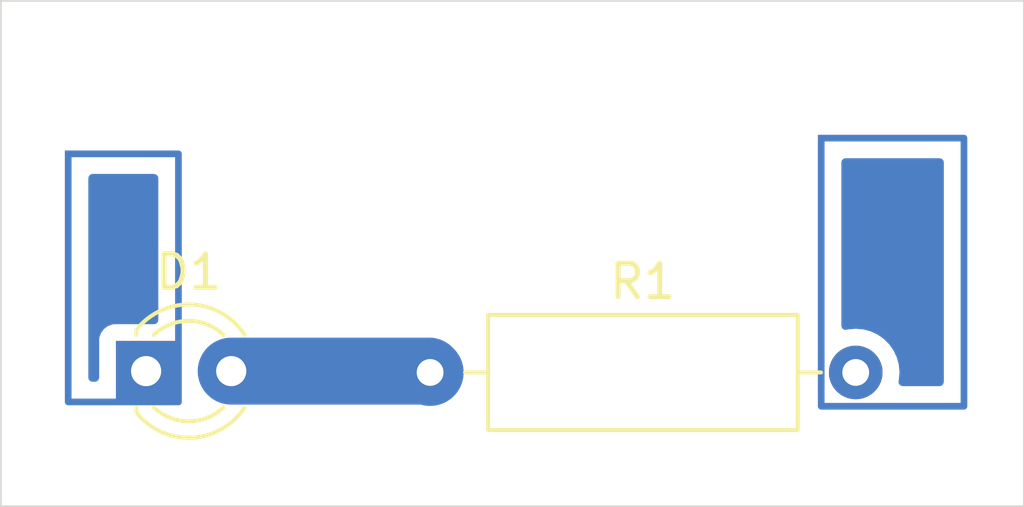
<source format=kicad_pcb>
(kicad_pcb (version 20240108) (generator "pcbnew") (generator_version "8.0")
  (layers (0 "F.Cu" signal) (31 "B.Cu" signal) (34 "B.Paste" user) (35 "F.Paste" user) (36 "B.SilkS" user "B.Silkscreen") (37 "F.SilkS" user "F.Silkscreen") (38 "B.Mask" user) (39 "F.Mask" user) (44 "Edge.Cuts" user))
  (net 0 "")
  (net 1 "Net-(D1-A)")
  (footprint "LED_THT:LED_D3.0mm" (layer "F.Cu") (at 62.805 62.13)
    (property "Reference" "D1" (at 1.27 -2.96 0) (layer "F.SilkS"))
    (property "Value" "LED")
    (fp_line (start -0.29 -1.236) (end -0.29 -1.08) (stroke (width 0.12)) (layer "F.SilkS"))
    (fp_line (start -0.29 1.08) (end -0.29 1.236) (stroke (width 0.12)) (layer "F.SilkS"))
    (fp_arc (start -0.29 -1.235516) (mid 1.366487 -1.987659) (end 2.942335 -1.078608) (stroke (width 0.12)) (layer "F.SilkS"))
    (fp_arc (start 0.229039 -1.08) (mid 1.270117 -1.5) (end 2.31113 -1.079837) (stroke (width 0.12)) (layer "F.SilkS"))
    (fp_arc (start 2.31113 1.079837) (mid 1.270117 1.5) (end 0.229039 1.08) (stroke (width 0.12)) (layer "F.SilkS"))
    (fp_arc (start 2.942335 1.078608) (mid 1.366487 1.987659) (end -0.29 1.235516) (stroke (width 0.12)) (layer "F.SilkS"))
    (pad "1" thru_hole rect (at 0 0) (size 1.8 1.8) (drill 0.9) (layers "*.Cu" "*.Mask"))
    (pad "2" thru_hole circle (at 2.54 0) (size 1.8 1.8) (drill 0.9) (layers "*.Cu" "*.Mask") (net 1 "Net-(D1-A)"))
  )
  (footprint "Resistor_THT:R_Axial_DIN0309_L9.0mm_D3.2mm_P12.70mm_Horizontal" (layer "F.Cu") (at 71.28 62.17)
    (property "Reference" "R1" (at 6.35 -2.72 0) (layer "F.SilkS"))
    (property "Value" "R")
    (fp_line (start 1.04 0) (end 1.73 0) (stroke (width 0.12)) (layer "F.SilkS"))
    (fp_line (start 1.73 -1.72) (end 1.73 1.72) (stroke (width 0.12)) (layer "F.SilkS"))
    (fp_line (start 1.73 1.72) (end 10.97 1.72) (stroke (width 0.12)) (layer "F.SilkS"))
    (fp_line (start 10.97 -1.72) (end 1.73 -1.72) (stroke (width 0.12)) (layer "F.SilkS"))
    (fp_line (start 10.97 1.72) (end 10.97 -1.72) (stroke (width 0.12)) (layer "F.SilkS"))
    (fp_line (start 11.66 0) (end 10.97 0) (stroke (width 0.12)) (layer "F.SilkS"))
    (pad "1" thru_hole circle (at 0 0) (size 1.6 1.6) (drill 0.8) (layers "*.Cu" "*.Mask") (net 1 "Net-(D1-A)"))
    (pad "2" thru_hole oval (at 12.7 0) (size 1.6 1.6) (drill 0.8) (layers "*.Cu" "*.Mask"))
  )
  (gr_rect (start 82.95 55.17) (end 87.21 63.18) (stroke (width 0.2)) (fill none) (layer "B.Cu"))
  (gr_rect (start 60.48 55.64) (end 63.77 63.05) (stroke (width 0.2)) (fill none) (layer "B.Cu") (net 2))
  (gr_rect (start 58.47 51.07) (end 89 66.17) (stroke (width 0.05)) (fill none) (layer "Edge.Cuts"))
  (segment (start 65.345 62.13) (end 71.24 62.13) (width 2) (layer "B.Cu") (net 1))
  (segment (start 71.24 62.13) (end 71.28 62.17) (width 2) (layer "B.Cu") (net 1))
  (zone (net 0) (net_name "") (layer "B.Cu") (priority 1) (connect_pads (clearance 0.5)) (min_thickness 0.25) (fill yes (thermal_gap 0.5) (thermal_bridge_width 0.5) (island_removal_mode 1) (island_area_min 10))
    (polygon (pts (xy 82.95 63.18) (xy 87.21 63.18) (xy 87.21 55.17) (xy 82.95 55.17)))
  )
  (zone (net 0) (net_name "") (layer "B.Cu") (connect_pads (clearance 0.5)) (min_thickness 0.25) (fill yes (thermal_gap 0.5) (thermal_bridge_width 0.5) (island_removal_mode 1) (island_area_min 10))
    (polygon (pts (xy 60.48 55.64) (xy 60.48 63.05) (xy 63.77 63.05) (xy 63.77 55.64)))
  )
)
</source>
